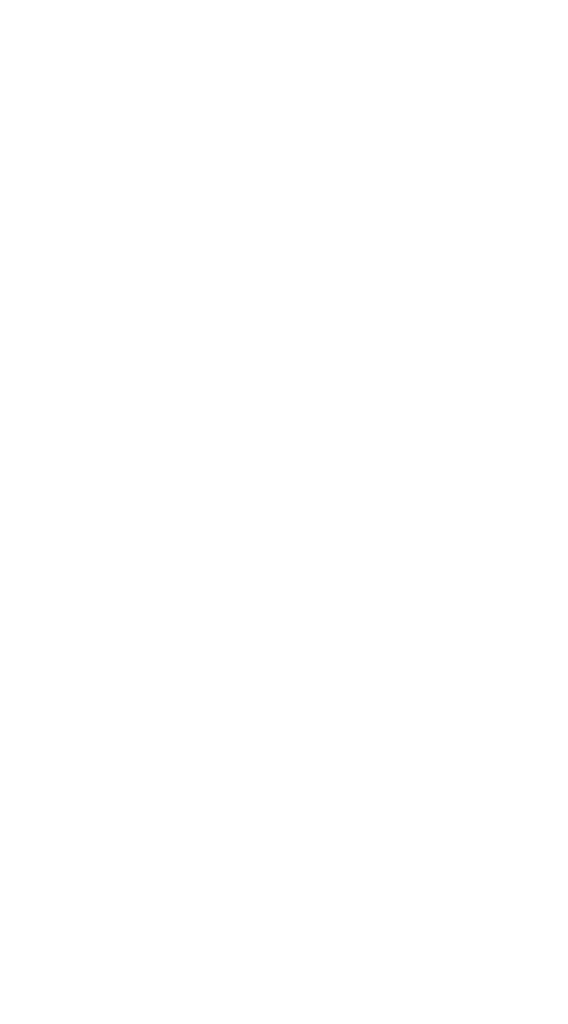
<source format=kicad_pcb>
(kicad_pcb (version 20171130) (host pcbnew "(5.1.5)-3")

  (general
    (thickness 1.6)
    (drawings 10)
    (tracks 0)
    (zones 0)
    (modules 0)
    (nets 1)
  )

  (page A4)
  (title_block
    (title "1590B GFX Template")
    (rev 1)
  )

  (layers
    (0 F.Cu signal)
    (31 B.Cu signal)
    (32 B.Adhes user)
    (33 F.Adhes user)
    (34 B.Paste user)
    (35 F.Paste user)
    (36 B.SilkS user)
    (37 F.SilkS user)
    (38 B.Mask user)
    (39 F.Mask user)
    (40 Dwgs.User user)
    (41 Cmts.User user)
    (42 Eco1.User user)
    (43 Eco2.User user)
    (44 Edge.Cuts user)
    (45 Margin user)
    (46 B.CrtYd user)
    (47 F.CrtYd user)
    (48 B.Fab user)
    (49 F.Fab user)
  )

  (setup
    (last_trace_width 0.4)
    (trace_clearance 0.2)
    (zone_clearance 0.508)
    (zone_45_only no)
    (trace_min 0.2)
    (via_size 0.8)
    (via_drill 0.4)
    (via_min_size 0.4)
    (via_min_drill 0.3)
    (uvia_size 0.3)
    (uvia_drill 0.1)
    (uvias_allowed no)
    (uvia_min_size 0.2)
    (uvia_min_drill 0.1)
    (edge_width 0.15)
    (segment_width 0.2)
    (pcb_text_width 0.3)
    (pcb_text_size 1.5 1.5)
    (mod_edge_width 0.15)
    (mod_text_size 1 1)
    (mod_text_width 0.15)
    (pad_size 2.2 2.2)
    (pad_drill 1)
    (pad_to_mask_clearance 0.2)
    (aux_axis_origin 0 0)
    (grid_origin 67.725 98.9)
    (visible_elements 7FFFFF7F)
    (pcbplotparams
      (layerselection 0x010fc_ffffffff)
      (usegerberextensions false)
      (usegerberattributes false)
      (usegerberadvancedattributes false)
      (creategerberjobfile false)
      (excludeedgelayer true)
      (linewidth 0.100000)
      (plotframeref false)
      (viasonmask false)
      (mode 1)
      (useauxorigin false)
      (hpglpennumber 1)
      (hpglpenspeed 20)
      (hpglpendiameter 15.000000)
      (psnegative false)
      (psa4output false)
      (plotreference true)
      (plotvalue true)
      (plotinvisibletext false)
      (padsonsilk false)
      (subtractmaskfromsilk false)
      (outputformat 5)
      (mirror false)
      (drillshape 0)
      (scaleselection 1)
      (outputdirectory "./"))
  )

  (net 0 "")

  (net_class Default "This is the default net class."
    (clearance 0.2)
    (trace_width 0.4)
    (via_dia 0.8)
    (via_drill 0.4)
    (uvia_dia 0.3)
    (uvia_drill 0.1)
  )

  (gr_line (start 46 148.9) (end 46 143.95) (layer Margin) (width 0.15) (tstamp 5E886EC9))
  (gr_line (start 89.45 148.9) (end 89.45 143.95) (layer Margin) (width 0.15) (tstamp 5E886EB2))
  (gr_line (start 46 148.9) (end 89.45 148.9) (layer Margin) (width 0.15))
  (gr_line (start 46 48.9) (end 89.45 48.9) (layer Margin) (width 0.15) (tstamp 5E886C39))
  (gr_line (start 95.45 48.9) (end 95.45 143.95) (layer Margin) (width 0.15) (tstamp 5E878B02))
  (gr_line (start 40 143.95) (end 40 48.9) (layer Margin) (width 0.15) (tstamp 5E878ABF))
  (gr_line (start 40 143.95) (end 46 143.95) (layer Margin) (width 0.15))
  (gr_line (start 95.45 143.95) (end 89.45 143.95) (layer Margin) (width 0.15))
  (gr_line (start 89.45 48.9) (end 95.45 48.9) (layer Margin) (width 0.15))
  (gr_line (start 46 48.9) (end 40 48.9) (layer Margin) (width 0.15))

)

</source>
